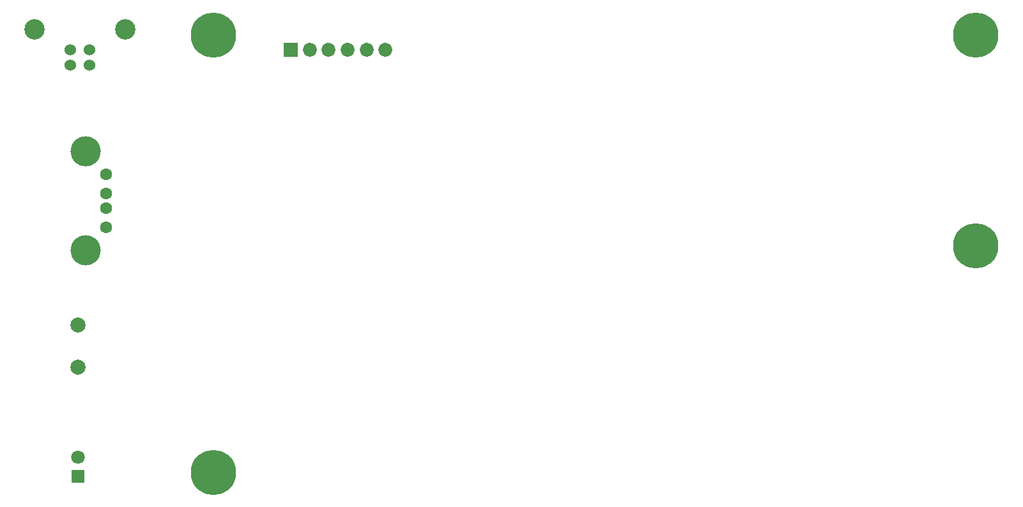
<source format=gbr>
G04 #@! TF.FileFunction,Soldermask,Bot*
%FSLAX46Y46*%
G04 Gerber Fmt 4.6, Leading zero omitted, Abs format (unit mm)*
G04 Created by KiCad (PCBNEW 4.0.5+dfsg1-4~bpo8+1) date Mon Sep 25 13:54:36 2017*
%MOMM*%
%LPD*%
G01*
G04 APERTURE LIST*
%ADD10C,0.100000*%
%ADD11C,1.600000*%
%ADD12C,4.000000*%
%ADD13C,2.000000*%
%ADD14R,1.850000X1.850000*%
%ADD15C,1.850000*%
%ADD16C,1.524000*%
%ADD17C,2.700020*%
%ADD18C,6.000000*%
%ADD19C,1.800000*%
%ADD20R,1.800000X1.800000*%
G04 APERTURE END LIST*
D10*
D11*
X63710000Y-86500000D03*
X63710000Y-84000000D03*
X63710000Y-82000000D03*
X63710000Y-79500000D03*
D12*
X61000000Y-89570000D03*
X61000000Y-76430000D03*
D13*
X60000000Y-99456000D03*
X60000000Y-105044000D03*
D14*
X88250000Y-63000000D03*
D15*
X90750000Y-63000000D03*
X93250000Y-63000000D03*
X95750000Y-63000000D03*
X98250000Y-63000000D03*
X100750000Y-63000000D03*
D16*
X61540000Y-65000000D03*
X59000000Y-65000000D03*
X59000000Y-63001020D03*
X61540000Y-63001020D03*
D17*
X66269480Y-60301000D03*
X54270520Y-60301000D03*
D18*
X179000000Y-61000000D03*
X179000000Y-89000000D03*
X78000000Y-61000000D03*
X78000000Y-119000000D03*
D19*
X60000000Y-116960000D03*
D20*
X60000000Y-119500000D03*
M02*

</source>
